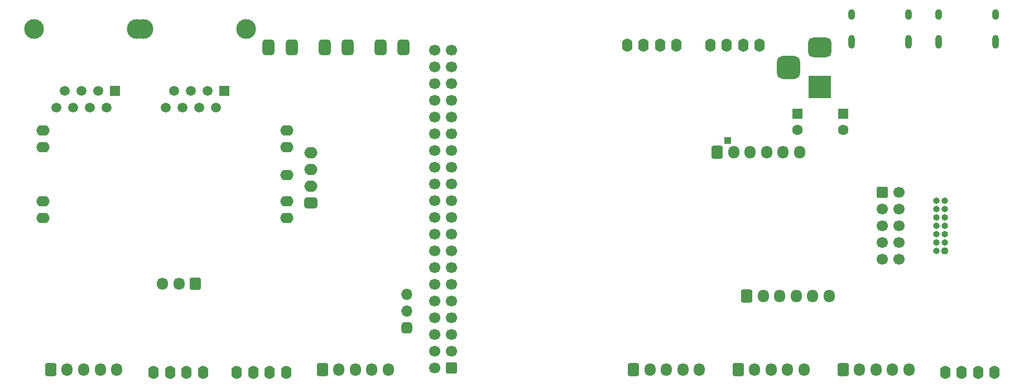
<source format=gbr>
%TF.GenerationSoftware,KiCad,Pcbnew,9.0.4*%
%TF.CreationDate,2025-12-23T11:57:38+01:00*%
%TF.ProjectId,licheerv_nano_base,6c696368-6565-4727-965f-6e616e6f5f62,rev?*%
%TF.SameCoordinates,Original*%
%TF.FileFunction,Soldermask,Top*%
%TF.FilePolarity,Negative*%
%FSLAX46Y46*%
G04 Gerber Fmt 4.6, Leading zero omitted, Abs format (unit mm)*
G04 Created by KiCad (PCBNEW 9.0.4) date 2025-12-23 11:57:38*
%MOMM*%
%LPD*%
G01*
G04 APERTURE LIST*
G04 Aperture macros list*
%AMRoundRect*
0 Rectangle with rounded corners*
0 $1 Rounding radius*
0 $2 $3 $4 $5 $6 $7 $8 $9 X,Y pos of 4 corners*
0 Add a 4 corners polygon primitive as box body*
4,1,4,$2,$3,$4,$5,$6,$7,$8,$9,$2,$3,0*
0 Add four circle primitives for the rounded corners*
1,1,$1+$1,$2,$3*
1,1,$1+$1,$4,$5*
1,1,$1+$1,$6,$7*
1,1,$1+$1,$8,$9*
0 Add four rect primitives between the rounded corners*
20,1,$1+$1,$2,$3,$4,$5,0*
20,1,$1+$1,$4,$5,$6,$7,0*
20,1,$1+$1,$6,$7,$8,$9,0*
20,1,$1+$1,$8,$9,$2,$3,0*%
G04 Aperture macros list end*
%ADD10O,2.000000X1.600000*%
%ADD11RoundRect,0.250000X-0.600000X-0.725000X0.600000X-0.725000X0.600000X0.725000X-0.600000X0.725000X0*%
%ADD12O,1.700000X1.950000*%
%ADD13O,1.600000X2.000000*%
%ADD14RoundRect,0.300000X0.200000X0.200000X-0.200000X0.200000X-0.200000X-0.200000X0.200000X-0.200000X0*%
%ADD15O,1.000000X1.000000*%
%ADD16RoundRect,0.250000X-0.600000X-0.600000X0.600000X-0.600000X0.600000X0.600000X-0.600000X0.600000X0*%
%ADD17C,1.700000*%
%ADD18RoundRect,0.425000X0.575000X0.425000X-0.575000X0.425000X-0.575000X-0.425000X0.575000X-0.425000X0*%
%ADD19O,2.000000X1.700000*%
%ADD20R,1.500000X1.500000*%
%ADD21C,1.500000*%
%ADD22C,3.000000*%
%ADD23RoundRect,0.450000X0.450000X0.750000X-0.450000X0.750000X-0.450000X-0.750000X0.450000X-0.750000X0*%
%ADD24R,3.500000X3.500000*%
%ADD25RoundRect,0.750000X-1.000000X0.750000X-1.000000X-0.750000X1.000000X-0.750000X1.000000X0.750000X0*%
%ADD26RoundRect,0.875000X-0.875000X0.875000X-0.875000X-0.875000X0.875000X-0.875000X0.875000X0.875000X0*%
%ADD27RoundRect,0.500000X0.350000X0.350000X-0.350000X0.350000X-0.350000X-0.350000X0.350000X-0.350000X0*%
%ADD28O,1.700000X1.700000*%
%ADD29RoundRect,0.250000X0.600000X0.675000X-0.600000X0.675000X-0.600000X-0.675000X0.600000X-0.675000X0*%
%ADD30O,1.700000X1.850000*%
%ADD31RoundRect,0.250000X-0.550000X0.550000X-0.550000X-0.550000X0.550000X-0.550000X0.550000X0.550000X0*%
%ADD32C,1.600000*%
%ADD33O,1.000000X1.600000*%
%ADD34O,1.000000X2.100000*%
%ADD35R,1.000000X1.000000*%
%ADD36RoundRect,0.250000X0.600000X0.600000X-0.600000X0.600000X-0.600000X-0.600000X0.600000X-0.600000X0*%
G04 APERTURE END LIST*
D10*
%TO.C,U7*%
X27800000Y-70550000D03*
X27800000Y-73100000D03*
X27800000Y-81300000D03*
X27800000Y-83850000D03*
X64800000Y-83850000D03*
X64800000Y-81300000D03*
X64800000Y-77320000D03*
X64800000Y-73100000D03*
X64800000Y-70550000D03*
%TD*%
D11*
%TO.C,J5*%
X117400000Y-106900000D03*
D12*
X119900000Y-106900000D03*
X122400000Y-106900000D03*
X124900000Y-106900000D03*
X127400000Y-106900000D03*
%TD*%
D11*
%TO.C,J4*%
X70200000Y-106900000D03*
D12*
X72700000Y-106900000D03*
X75200000Y-106900000D03*
X77700000Y-106900000D03*
X80200000Y-106900000D03*
%TD*%
D13*
%TO.C,J17*%
X44600000Y-107300000D03*
X47100000Y-107300000D03*
X49600000Y-107300000D03*
X52100000Y-107300000D03*
%TD*%
D11*
%TO.C,J6*%
X29000000Y-106927500D03*
D12*
X31500000Y-106927500D03*
X34000000Y-106927500D03*
X36500000Y-106927500D03*
X39000000Y-106927500D03*
%TD*%
D13*
%TO.C,J7*%
X123950000Y-57672500D03*
X121450000Y-57672500D03*
X118950000Y-57672500D03*
X116450000Y-57672500D03*
%TD*%
D14*
%TO.C,J21*%
X164670000Y-88880000D03*
D15*
X163400000Y-88880000D03*
X164670000Y-87610000D03*
X163400000Y-87610000D03*
X164670000Y-86340000D03*
X163400000Y-86340000D03*
X164670000Y-85070000D03*
X163400000Y-85070000D03*
X164670000Y-83800000D03*
X163400000Y-83800000D03*
X164670000Y-82530000D03*
X163400000Y-82530000D03*
X164670000Y-81260000D03*
X163400000Y-81260000D03*
%TD*%
D16*
%TO.C,J18*%
X155147500Y-80020000D03*
D17*
X157687500Y-80020000D03*
X155147500Y-82560000D03*
X157687500Y-82560000D03*
X155147500Y-85100000D03*
X157687500Y-85100000D03*
X155147500Y-87640000D03*
X157687500Y-87640000D03*
X155147500Y-90180000D03*
X157687500Y-90180000D03*
%TD*%
D18*
%TO.C,U4*%
X68467500Y-81610000D03*
D19*
X68467500Y-79070000D03*
X68467500Y-76530000D03*
X68467500Y-73990000D03*
%TD*%
D20*
%TO.C,J12*%
X55315000Y-64555000D03*
D21*
X54045000Y-67095000D03*
X52775000Y-64555000D03*
X51505000Y-67095000D03*
X50235000Y-64555000D03*
X48965000Y-67095000D03*
X47695000Y-64555000D03*
X46425000Y-67095000D03*
D22*
X58640000Y-55155000D03*
X43100000Y-55155000D03*
%TD*%
D23*
%TO.C,J10*%
X82550000Y-58000000D03*
X79050000Y-58000000D03*
%TD*%
D24*
%TO.C,J2*%
X145657500Y-64000000D03*
D25*
X145657500Y-58000000D03*
D26*
X140957500Y-61000000D03*
%TD*%
D23*
%TO.C,J9*%
X65550000Y-58000000D03*
X62050000Y-58000000D03*
%TD*%
D11*
%TO.C,J3*%
X133300000Y-106900000D03*
D12*
X135800000Y-106900000D03*
X138300000Y-106900000D03*
X140800000Y-106900000D03*
X143300000Y-106900000D03*
%TD*%
D13*
%TO.C,J8*%
X136550000Y-57672500D03*
X134050000Y-57672500D03*
X131550000Y-57672500D03*
X129050000Y-57672500D03*
%TD*%
%TO.C,J16*%
X57200000Y-107300000D03*
X59700000Y-107300000D03*
X62200000Y-107300000D03*
X64700000Y-107300000D03*
%TD*%
D11*
%TO.C,J23*%
X130100000Y-73900000D03*
D12*
X132600000Y-73900000D03*
X135100000Y-73900000D03*
X137600000Y-73900000D03*
X140100000Y-73900000D03*
X142600000Y-73900000D03*
%TD*%
D27*
%TO.C,J14*%
X83000000Y-100540000D03*
D28*
X83000000Y-98000000D03*
X83000000Y-95460000D03*
%TD*%
D11*
%TO.C,J24*%
X134600000Y-95700000D03*
D12*
X137100000Y-95700000D03*
X139600000Y-95700000D03*
X142100000Y-95700000D03*
X144600000Y-95700000D03*
X147100000Y-95700000D03*
%TD*%
D29*
%TO.C,J20*%
X50950000Y-93850000D03*
D30*
X48450000Y-93850000D03*
X45950000Y-93850000D03*
%TD*%
D20*
%TO.C,J11*%
X38715000Y-64555000D03*
D21*
X37445000Y-67095000D03*
X36175000Y-64555000D03*
X34905000Y-67095000D03*
X33635000Y-64555000D03*
X32365000Y-67095000D03*
X31095000Y-64555000D03*
X29825000Y-67095000D03*
D22*
X42040000Y-55155000D03*
X26500000Y-55155000D03*
%TD*%
D11*
%TO.C,J19*%
X149200000Y-106900000D03*
D12*
X151700000Y-106900000D03*
X154200000Y-106900000D03*
X156700000Y-106900000D03*
X159200000Y-106900000D03*
%TD*%
D13*
%TO.C,J15*%
X164700000Y-107300000D03*
X167200000Y-107300000D03*
X169700000Y-107300000D03*
X172200000Y-107300000D03*
%TD*%
D23*
%TO.C,J13*%
X74050000Y-58000000D03*
X70550000Y-58000000D03*
%TD*%
D31*
%TO.C,C23*%
X149200000Y-68017620D03*
D32*
X149200000Y-70517620D03*
%TD*%
D33*
%TO.C,J1*%
X150480000Y-52950000D03*
D34*
X150480000Y-57130000D03*
D33*
X159120000Y-52950000D03*
D34*
X159120000Y-57130000D03*
%TD*%
D33*
%TO.C,J22*%
X163680000Y-52942500D03*
D34*
X163680000Y-57122500D03*
D33*
X172320000Y-52942500D03*
D34*
X172320000Y-57122500D03*
%TD*%
D35*
%TO.C,TP1*%
X131700000Y-72100000D03*
%TD*%
D31*
%TO.C,C24*%
X142300000Y-68017620D03*
D32*
X142300000Y-70517620D03*
%TD*%
D36*
%TO.C,X1*%
X89770000Y-106630000D03*
D17*
X87230000Y-106630000D03*
X89770000Y-104090000D03*
X87230000Y-104090000D03*
X89770000Y-101550000D03*
X87230000Y-101550000D03*
X89770000Y-99010000D03*
X87230000Y-99010000D03*
X89770000Y-96470000D03*
X87230000Y-96470000D03*
X89770000Y-93930000D03*
X87230000Y-93930000D03*
X89770000Y-91390000D03*
X87230000Y-91390000D03*
X89770000Y-88850000D03*
X87230000Y-88850000D03*
X89770000Y-86310000D03*
X87230000Y-86310000D03*
X89770000Y-83770000D03*
X87230000Y-83770000D03*
X89770000Y-81230000D03*
X87230000Y-81230000D03*
X89770000Y-78690000D03*
X87230000Y-78690000D03*
X89770000Y-76150000D03*
X87230000Y-76150000D03*
X89770000Y-73610000D03*
X87230000Y-73610000D03*
X89770000Y-71070000D03*
X87230000Y-71070000D03*
X89770000Y-68530000D03*
X87230000Y-68530000D03*
X89770000Y-65990000D03*
X87230000Y-65990000D03*
X89770000Y-63450000D03*
X87230000Y-63450000D03*
X89770000Y-60910000D03*
X87230000Y-60910000D03*
X89770000Y-58370000D03*
X87230000Y-58370000D03*
%TD*%
M02*

</source>
